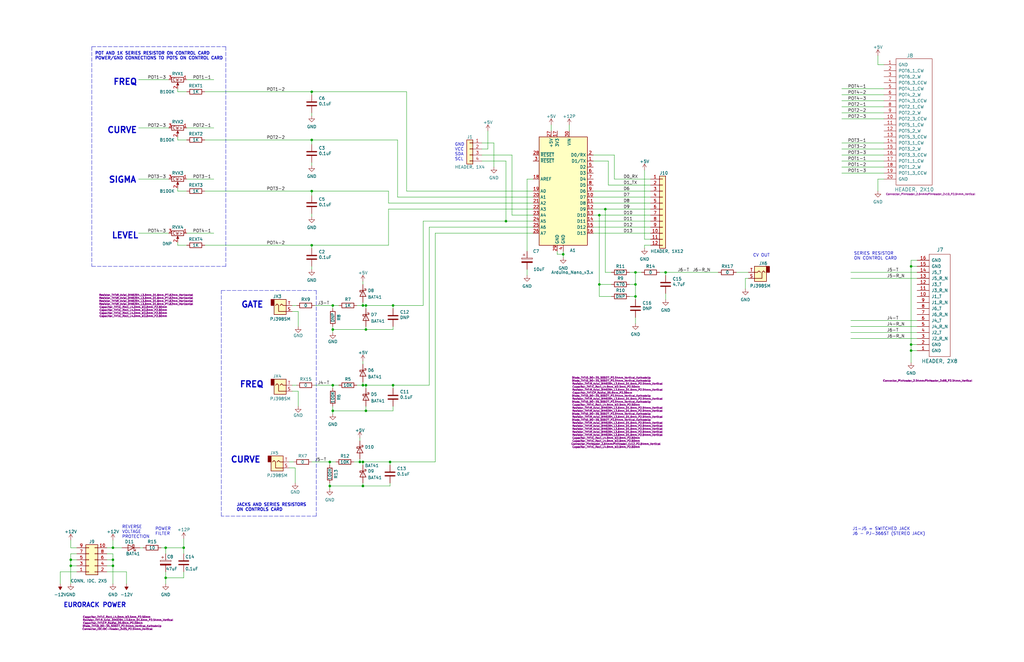
<source format=kicad_sch>
(kicad_sch (version 20211123) (generator eeschema)
  (paper "B")
  (title_block (title "ER-BEZIER-CV ON ER-MOZZI-DB") (date "2022-11-30") (rev "1") (company "LAND BOARDS LLC") (comment 2 "https://note.com/solder_state/n/nffc1a33053be"))
  (lib_symbols
    (symbol "Connector:AudioJack2"
      (property "Reference" "J" (at 0 8.89 0))
      (property "Value" "AudioJack2" (at 0 6.35 0))
      (symbol "AudioJack2_1_1"
        (pin passive line (at 5.08 2.54 180) (length 2.54) (name "~") (number "S"))
        (pin passive line (at 5.08 0 180) (length 2.54) (name "~") (number "T"))
      )
    )
    (symbol "Connector_Generic:Conn_01x04" (pin_names (offset 1.016) hide)
      (property "Reference" "J" (at 0 5.08 0))
      (property "Value" "Conn_01x04" (at 0 -7.62 0))
      (symbol "Conn_01x04_1_1"
        (pin passive line (at -5.08 2.54 0) (length 3.81) (name "Pin_1") (number "1"))
        (pin passive line (at -5.08 0 0) (length 3.81) (name "Pin_2") (number "2"))
        (pin passive line (at -5.08 -2.54 0) (length 3.81) (name "Pin_3") (number "3"))
        (pin passive line (at -5.08 -5.08 0) (length 3.81) (name "Pin_4") (number "4"))
      )
    )
    (symbol "Connector_Generic:Conn_01x12" (pin_names (offset 1.016) hide)
      (property "Reference" "J" (at 0 15.24 0))
      (property "Value" "Conn_01x12" (at 0 -17.78 0))
      (symbol "Conn_01x12_1_1"
        (pin passive line (at -5.08 12.7 0) (length 3.81) (name "Pin_1") (number "1"))
        (pin passive line (at -5.08 -10.16 0) (length 3.81) (name "Pin_10") (number "10"))
        (pin passive line (at -5.08 -12.7 0) (length 3.81) (name "Pin_11") (number "11"))
        (pin passive line (at -5.08 -15.24 0) (length 3.81) (name "Pin_12") (number "12"))
        (pin passive line (at -5.08 10.16 0) (length 3.81) (name "Pin_2") (number "2"))
        (pin passive line (at -5.08 7.62 0) (length 3.81) (name "Pin_3") (number "3"))
        (pin passive line (at -5.08 5.08 0) (length 3.81) (name "Pin_4") (number "4"))
        (pin passive line (at -5.08 2.54 0) (length 3.81) (name "Pin_5") (number "5"))
        (pin passive line (at -5.08 0 0) (length 3.81) (name "Pin_6") (number "6"))
        (pin passive line (at -5.08 -2.54 0) (length 3.81) (name "Pin_7") (number "7"))
        (pin passive line (at -5.08 -5.08 0) (length 3.81) (name "Pin_8") (number "8"))
        (pin passive line (at -5.08 -7.62 0) (length 3.81) (name "Pin_9") (number "9"))
      )
    )
    (symbol "Connector_Generic:Conn_02x05_Odd_Even" (pin_names (offset 1.016) hide)
      (property "Reference" "J" (at 1.27 7.62 0))
      (property "Value" "Conn_02x05_Odd_Even" (at 1.27 -7.62 0))
      (symbol "Conn_02x05_Odd_Even_1_1"
        (pin passive line (at -5.08 5.08 0) (length 3.81) (name "Pin_1") (number "1"))
        (pin passive line (at 7.62 -5.08 180) (length 3.81) (name "Pin_10") (number "10"))
        (pin passive line (at 7.62 5.08 180) (length 3.81) (name "Pin_2") (number "2"))
        (pin passive line (at -5.08 2.54 0) (length 3.81) (name "Pin_3") (number "3"))
        (pin passive line (at 7.62 2.54 180) (length 3.81) (name "Pin_4") (number "4"))
        (pin passive line (at -5.08 0 0) (length 3.81) (name "Pin_5") (number "5"))
        (pin passive line (at 7.62 0 180) (length 3.81) (name "Pin_6") (number "6"))
        (pin passive line (at -5.08 -2.54 0) (length 3.81) (name "Pin_7") (number "7"))
        (pin passive line (at 7.62 -2.54 180) (length 3.81) (name "Pin_8") (number "8"))
        (pin passive line (at -5.08 -5.08 0) (length 3.81) (name "Pin_9") (number "9"))
      )
    )
    (symbol "Device:C" (pin_numbers hide) (pin_names (offset 0.254))
      (property "Reference" "C" (at 0.635 2.54 0))
      (property "Value" "C" (at 0.635 -2.54 0))
      (symbol "C_1_1"
        (pin passive line (at 0 3.81 270) (length 2.794) (name "~") (number "1"))
        (pin passive line (at 0 -3.81 90) (length 2.794) (name "~") (number "2"))
      )
    )
    (symbol "Device:C_Polarized" (pin_numbers hide) (pin_names (offset 0.254))
      (property "Reference" "C" (at 0.635 2.54 0))
      (property "Value" "C_Polarized" (at 0.635 -2.54 0))
      (symbol "C_Polarized_1_1"
        (pin passive line (at 0 3.81 270) (length 2.794) (name "~") (number "1"))
        (pin passive line (at 0 -3.81 90) (length 2.794) (name "~") (number "2"))
      )
    )
    (symbol "Device:D_Schottky" (pin_numbers hide) (pin_names (offset 1.016) hide)
      (property "Reference" "D" (at 0 2.54 0))
      (property "Value" "D_Schottky" (at 0 -2.54 0))
      (symbol "D_Schottky_1_1"
        (pin passive line (at -3.81 0 0) (length 2.54) (name "K") (number "1"))
        (pin passive line (at 3.81 0 180) (length 2.54) (name "A") (number "2"))
      )
    )
    (symbol "Device:R" (pin_numbers hide) (pin_names (offset 0))
      (property "Reference" "R" (at 2.032 0 90))
      (property "Value" "R" (at 0 0 90))
      (symbol "R_1_1"
        (pin passive line (at 0 3.81 270) (length 1.27) (name "~") (number "1"))
        (pin passive line (at 0 -3.81 90) (length 1.27) (name "~") (number "2"))
      )
    )
    (symbol "LandBoards_Conns:PROTO01_POTS" (pin_names (offset 1.016))
      (property "Reference" "J" (at -1.27 27.94 0))
      (property "Value" "PROTO01_POTS" (at 0 -27.94 0))
      (symbol "PROTO01_POTS_1_1"
        (pin power_in line (at 11.43 24.13 180) (length 5.08) (name "GND") (number "1"))
        (pin passive line (at 11.43 1.27 180) (length 5.08) (name "POT2_3_CCW") (number "10"))
        (pin passive line (at 11.43 -1.27 180) (length 5.08) (name "POT5_1_CW") (number "11"))
        (pin passive line (at 11.43 -3.81 180) (length 5.08) (name "POT5_2_W") (number "12"))
        (pin passive line (at 11.43 -6.35 180) (length 5.08) (name "POT5_3_CCW") (number "13"))
        (pin passive line (at 11.43 -8.89 180) (length 5.08) (name "POT3_1_CW") (number "14"))
        (pin passive line (at 11.43 -11.43 180) (length 5.08) (name "POT3_2_W") (number "15"))
        (pin passive line (at 11.43 -13.97 180) (length 5.08) (name "POT3_3_CCW") (number "16"))
        (pin passive line (at 11.43 -16.51 180) (length 5.08) (name "POT1_1_CW") (number "17"))
        (pin passive line (at 11.43 -19.05 180) (length 5.08) (name "POT1_2_W") (number "18"))
        (pin passive line (at 11.43 -21.59 180) (length 5.08) (name "POT1_3_CCW") (number "19"))
        (pin passive line (at 11.43 21.59 180) (length 5.08) (name "POT6_1_CW") (number "2"))
        (pin power_in line (at 11.43 -24.13 180) (length 5.08) (name "GND") (number "20"))
        (pin passive line (at 11.43 19.05 180) (length 5.08) (name "POT6_2_W") (number "3"))
        (pin passive line (at 11.43 16.51 180) (length 5.08) (name "POT6_3_CCW") (number "4"))
        (pin passive line (at 11.43 13.97 180) (length 5.08) (name "POT4_1_CW") (number "5"))
        (pin passive line (at 11.43 11.43 180) (length 5.08) (name "POT4_2_W") (number "6"))
        (pin passive line (at 11.43 8.89 180) (length 5.08) (name "POT4_3_CCW") (number "7"))
        (pin passive line (at 11.43 6.35 180) (length 5.08) (name "POT2_1_CW") (number "8"))
        (pin passive line (at 11.43 3.81 180) (length 5.08) (name "POT2_2_W") (number "9"))
      )
    )
    (symbol "LandBoards_Conns:PROTO02_JACKS" (pin_names (offset 1.016))
      (property "Reference" "J" (at 0 22.86 0))
      (property "Value" "PROTO02_JACKS" (at 0 -22.86 0))
      (symbol "PROTO02_JACKS_1_1"
        (pin power_in line (at 8.89 -19.05 180) (length 5.08) (name "GND") (number "1"))
        (pin passive line (at 8.89 3.81 180) (length 5.08) (name "J1_T") (number "10"))
        (pin passive line (at 8.89 6.35 180) (length 5.08) (name "J3_R_N") (number "11"))
        (pin passive line (at 8.89 8.89 180) (length 5.08) (name "J3_T") (number "12"))
        (pin passive line (at 8.89 11.43 180) (length 5.08) (name "J5_R_N") (number "13"))
        (pin passive line (at 8.89 13.97 180) (length 5.08) (name "J5_T") (number "14"))
        (pin power_in line (at 8.89 16.51 180) (length 5.08) (name "GND") (number "15"))
        (pin power_in line (at 8.89 19.05 180) (length 5.08) (name "GND") (number "16"))
        (pin power_in line (at 8.89 -16.51 180) (length 5.08) (name "GND") (number "2"))
        (pin passive line (at 8.89 -13.97 180) (length 5.08) (name "J2_R_N") (number "3"))
        (pin passive line (at 8.89 -11.43 180) (length 5.08) (name "J2_T") (number "4"))
        (pin passive line (at 8.89 -8.89 180) (length 5.08) (name "J4_R_N") (number "5"))
        (pin passive line (at 8.89 -6.35 180) (length 5.08) (name "J4_T") (number "6"))
        (pin passive line (at 8.89 -3.81 180) (length 5.08) (name "J6_R_N") (number "7"))
        (pin passive line (at 8.89 -1.27 180) (length 5.08) (name "J6_T") (number "8"))
        (pin passive line (at 8.89 1.27 180) (length 5.08) (name "J1_R_N") (number "9"))
      )
    )
    (symbol "LandBoards_Conns:R_Pot_CW" (pin_names (offset 1.016) hide)
      (property "Reference" "RV" (at -1.27 1.27 0))
      (property "Value" "R_Pot_CW" (at -1.27 -1.27 0))
      (symbol "R_Pot_CW_0_0"
        (text "CW>" (at 0 0 900) (effects (font (size 1.27 1.27))))
      )
      (symbol "R_Pot_CW_1_1"
        (pin passive line (at 0 3.81 270) (length 1.27) (name "1") (number "1"))
        (pin passive line (at 3.81 0 180) (length 1.27) (name "2") (number "2"))
        (pin passive line (at 0 -3.81 90) (length 1.27) (name "3") (number "3"))
      )
    )
    (symbol "MCU_Module:Arduino_Nano_v3.x"
      (property "Reference" "A" (at -10.16 23.495 0))
      (property "Value" "Arduino_Nano_v3.x" (at 5.08 -24.13 0))
      (symbol "Arduino_Nano_v3.x_1_1"
        (pin bidirectional line (at -12.7 12.7 0) (length 2.54) (name "D1/TX") (number "1"))
        (pin bidirectional line (at -12.7 -2.54 0) (length 2.54) (name "D7") (number "10"))
        (pin bidirectional line (at -12.7 -5.08 0) (length 2.54) (name "D8") (number "11"))
        (pin bidirectional line (at -12.7 -7.62 0) (length 2.54) (name "D9") (number "12"))
        (pin bidirectional line (at -12.7 -10.16 0) (length 2.54) (name "D10") (number "13"))
        (pin bidirectional line (at -12.7 -12.7 0) (length 2.54) (name "D11") (number "14"))
        (pin bidirectional line (at -12.7 -15.24 0) (length 2.54) (name "D12") (number "15"))
        (pin bidirectional line (at -12.7 -17.78 0) (length 2.54) (name "D13") (number "16"))
        (pin power_out line (at 2.54 25.4 270) (length 2.54) (name "3V3") (number "17"))
        (pin input line (at 12.7 5.08 180) (length 2.54) (name "AREF") (number "18"))
        (pin bidirectional line (at 12.7 0 180) (length 2.54) (name "A0") (number "19"))
        (pin bidirectional line (at -12.7 15.24 0) (length 2.54) (name "D0/RX") (number "2"))
        (pin bidirectional line (at 12.7 -2.54 180) (length 2.54) (name "A1") (number "20"))
        (pin bidirectional line (at 12.7 -5.08 180) (length 2.54) (name "A2") (number "21"))
        (pin bidirectional line (at 12.7 -7.62 180) (length 2.54) (name "A3") (number "22"))
        (pin bidirectional line (at 12.7 -10.16 180) (length 2.54) (name "A4") (number "23"))
        (pin bidirectional line (at 12.7 -12.7 180) (length 2.54) (name "A5") (number "24"))
        (pin bidirectional line (at 12.7 -15.24 180) (length 2.54) (name "A6") (number "25"))
        (pin bidirectional line (at 12.7 -17.78 180) (length 2.54) (name "A7") (number "26"))
        (pin power_out line (at 5.08 25.4 270) (length 2.54) (name "+5V") (number "27"))
        (pin input line (at 12.7 15.24 180) (length 2.54) (name "~{RESET}") (number "28"))
        (pin power_in line (at 2.54 -25.4 90) (length 2.54) (name "GND") (number "29"))
        (pin input line (at 12.7 12.7 180) (length 2.54) (name "~{RESET}") (number "3"))
        (pin power_in line (at -2.54 25.4 270) (length 2.54) (name "VIN") (number "30"))
        (pin power_in line (at 0 -25.4 90) (length 2.54) (name "GND") (number "4"))
        (pin bidirectional line (at -12.7 10.16 0) (length 2.54) (name "D2") (number "5"))
        (pin bidirectional line (at -12.7 7.62 0) (length 2.54) (name "D3") (number "6"))
        (pin bidirectional line (at -12.7 5.08 0) (length 2.54) (name "D4") (number "7"))
        (pin bidirectional line (at -12.7 2.54 0) (length 2.54) (name "D5") (number "8"))
        (pin bidirectional line (at -12.7 0 0) (length 2.54) (name "D6") (number "9"))
      )
    )
    (symbol "R_Pot_CW_1" (pin_names (offset 1.016) hide)
      (property "Reference" "RV" (at -1.27 1.27 0))
      (property "Value" "R_Pot_CW_1" (at -1.27 -1.27 0))
      (symbol "R_Pot_CW_1_0_0"
        (text "CW>" (at 0 0 900) (effects (font (size 1.27 1.27))))
      )
      (symbol "R_Pot_CW_1_1_1"
        (pin passive line (at 0 3.81 270) (length 1.27) (name "1") (number "1"))
        (pin passive line (at 3.81 0 180) (length 1.27) (name "2") (number "2"))
        (pin passive line (at 0 -3.81 90) (length 1.27) (name "3") (number "3"))
      )
    )
    (symbol "R_Pot_CW_2" (pin_names (offset 1.016) hide)
      (property "Reference" "RV" (at -1.27 1.27 0))
      (property "Value" "R_Pot_CW_2" (at -1.27 -1.27 0))
      (symbol "R_Pot_CW_2_0_0"
        (text "CW>" (at 0 0 900) (effects (font (size 1.27 1.27))))
      )
      (symbol "R_Pot_CW_2_1_1"
        (pin passive line (at 0 3.81 270) (length 1.27) (name "1") (number "1"))
        (pin passive line (at 3.81 0 180) (length 1.27) (name "2") (number "2"))
        (pin passive line (at 0 -3.81 90) (length 1.27) (name "3") (number "3"))
      )
    )
    (symbol "R_Pot_CW_5" (pin_names (offset 1.016) hide)
      (property "Reference" "RV" (at -1.27 1.27 0))
      (property "Value" "R_Pot_CW_5" (at -1.27 -1.27 0))
      (symbol "R_Pot_CW_5_0_0"
        (text "CW>" (at 0 0 900) (effects (font (size 1.27 1.27))))
      )
      (symbol "R_Pot_CW_5_1_1"
        (pin passive line (at 0 3.81 270) (length 1.27) (name "1") (number "1"))
        (pin passive line (at 3.81 0 180) (length 1.27) (name "2") (number "2"))
        (pin passive line (at 0 -3.81 90) (length 1.27) (name "3") (number "3"))
      )
    )
    (symbol "power:+12P" (power) (pin_names (offset 0))
      (property "Value" "+12P" (at 0 3.556 0))
      (symbol "+12P_1_1"
        (pin power_in line (at 0 0 90) (length 0) hide (name "+12P") (number "1"))
      )
    )
    (symbol "power:+12V" (power) (pin_names (offset 0))
      (property "Value" "+12V" (at 0 3.556 0))
      (symbol "+12V_1_1"
        (pin power_in line (at 0 0 90) (length 0) hide (name "+12V") (number "1"))
      )
    )
    (symbol "power:+5V" (power) (pin_names (offset 0))
      (property "Value" "+5V" (at 0 3.556 0))
      (symbol "+5V_1_1"
        (pin power_in line (at 0 0 90) (length 0) hide (name "+5V") (number "1"))
      )
    )
    (symbol "power:-12V" (power) (pin_names (offset 0))
      (property "Value" "-12V" (at 0 3.81 0))
      (symbol "-12V_0_0"
        (pin power_in line (at 0 0 90) (length 0) hide (name "-12V") (number "1"))
      )
    )
    (symbol "power:GND" (power) (pin_names (offset 0))
      (property "Value" "GND" (at 0 -3.81 0))
      (symbol "GND_1_1"
        (pin power_in line (at 0 0 270) (length 0) hide (name "GND") (number "1"))
      )
    )
  )
  (junction (at 131.445 38.735))
  (junction (at 384.175 112.395))
  (junction (at 164.465 194.945))
  (junction (at 165.735 128.905))
  (junction (at 384.175 145.415))
  (junction (at 139.065 205.105))
  (junction (at 213.36 93.345))
  (junction (at 140.335 139.065))
  (junction (at 153.035 128.905))
  (junction (at 154.305 173.355))
  (junction (at 131.445 80.645))
  (junction (at 237.49 107.315))
  (junction (at 252.73 120.015))
  (junction (at 151.765 194.945))
  (junction (at 47.625 238.76))
  (junction (at 165.735 162.56))
  (junction (at 139.065 194.945))
  (junction (at 154.305 162.56))
  (junction (at 154.305 139.065))
  (junction (at 255.27 88.265))
  (junction (at 140.335 173.355))
  (junction (at 153.035 194.945))
  (junction (at 153.035 205.105))
  (junction (at 267.97 120.015))
  (junction (at 131.445 59.055))
  (junction (at 29.845 238.76))
  (junction (at 29.845 236.22))
  (junction (at 47.625 231.14))
  (junction (at 384.175 147.955))
  (junction (at 140.335 162.56))
  (junction (at 77.47 231.14))
  (junction (at 280.67 114.935))
  (junction (at 131.445 103.505))
  (junction (at 140.335 128.905))
  (junction (at 47.625 236.22))
  (junction (at 153.035 162.56))
  (junction (at 154.305 128.905))
  (junction (at 267.97 125.095))
  (junction (at 252.73 90.805))
  (junction (at 267.97 114.935))
  (junction (at 69.85 231.14))
  (junction (at 69.85 243.84))
  (wire (pts (xy 86.36 59.055) (xy 131.445 59.055)))
  (wire (pts (xy 358.775 140.335) (xy 386.715 140.335)))
  (wire (pts (xy 354.965 50.165) (xy 372.745 50.165)))
  (wire (pts (xy 180.975 95.885) (xy 224.79 95.885)))
  (wire (pts (xy 153.035 205.105) (xy 153.035 203.835)))
  (wire (pts (xy 140.335 128.905) (xy 142.875 128.905)))
  (wire (pts (xy 140.335 174.625) (xy 140.335 173.355)))
  (wire (pts (xy 178.435 128.905) (xy 178.435 93.345)))
  (wire (pts (xy 255.27 88.265) (xy 250.19 88.265)))
  (wire (pts (xy 154.305 128.905) (xy 154.305 130.175)))
  (wire (pts (xy 154.305 139.065) (xy 154.305 137.795)))
  (wire (pts (xy 280.67 123.825) (xy 280.67 126.365)))
  (wire (pts (xy 178.435 93.345) (xy 213.36 93.345)))
  (wire (pts (xy 45.085 231.14) (xy 47.625 231.14)))
  (wire (pts (xy 163.83 85.725) (xy 224.79 85.725)))
  (wire (pts (xy 86.36 80.645) (xy 131.445 80.645)))
  (wire (pts (xy 237.49 107.315) (xy 234.95 107.315)))
  (wire (pts (xy 267.97 133.985) (xy 267.97 136.525)))
  (wire (pts (xy 256.54 67.945) (xy 256.54 78.105)))
  (wire (pts (xy 151.765 184.785) (xy 151.765 186.055)))
  (wire (pts (xy 45.085 236.22) (xy 47.625 236.22)))
  (wire (pts (xy 47.625 227.965) (xy 47.625 231.14)))
  (wire (pts (xy 58.42 53.975) (xy 71.12 53.975)))
  (wire (pts (xy 154.305 173.355) (xy 165.735 173.355)))
  (wire (pts (xy 259.08 65.405) (xy 259.08 75.565)))
  (wire (pts (xy 208.28 60.325) (xy 208.28 70.485)))
  (wire (pts (xy 154.305 162.56) (xy 165.735 162.56)))
  (wire (pts (xy 140.335 128.905) (xy 140.335 130.175)))
  (wire (pts (xy 69.85 231.14) (xy 67.945 231.14)))
  (wire (pts (xy 386.715 109.855) (xy 384.175 109.855)))
  (wire (pts (xy 153.035 194.945) (xy 153.035 196.215)))
  (wire (pts (xy 74.93 80.645) (xy 78.74 80.645)))
  (wire (pts (xy 29.845 233.68) (xy 29.845 236.22)))
  (wire (pts (xy 354.965 40.005) (xy 372.745 40.005)))
  (wire (pts (xy 153.035 161.29) (xy 153.035 162.56)))
  (wire (pts (xy 153.035 194.945) (xy 164.465 194.945)))
  (wire (pts (xy 153.035 128.905) (xy 154.305 128.905)))
  (wire (pts (xy 32.385 241.3) (xy 25.4 241.3)))
  (wire (pts (xy 29.845 227.965) (xy 29.845 231.14)))
  (wire (pts (xy 222.25 116.205) (xy 222.25 113.665)))
  (wire (pts (xy 259.08 75.565) (xy 274.32 75.565)))
  (wire (pts (xy 183.515 98.425) (xy 183.515 194.945)))
  (wire (pts (xy 78.74 98.425) (xy 90.17 98.425)))
  (wire (pts (xy 267.97 125.095) (xy 267.97 126.365)))
  (wire (pts (xy 384.175 145.415) (xy 386.715 145.415)))
  (wire (pts (xy 252.73 90.805) (xy 252.73 120.015)))
  (wire (pts (xy 358.775 142.875) (xy 386.715 142.875)))
  (wire (pts (xy 180.975 95.885) (xy 180.975 162.56)))
  (wire (pts (xy 140.335 162.56) (xy 142.875 162.56)))
  (wire (pts (xy 153.035 205.105) (xy 164.465 205.105)))
  (wire (pts (xy 29.845 238.76) (xy 29.845 246.38)))
  (wire (pts (xy 257.81 125.095) (xy 252.73 125.095)))
  (wire (pts (xy 124.46 197.485) (xy 124.46 203.835)))
  (wire (pts (xy 154.305 173.355) (xy 140.335 173.355)))
  (wire (pts (xy 150.495 162.56) (xy 153.035 162.56)))
  (wire (pts (xy 237.49 108.585) (xy 237.49 107.315)))
  (wire (pts (xy 149.225 194.945) (xy 151.765 194.945)))
  (wire (pts (xy 121.92 197.485) (xy 124.46 197.485)))
  (wire (pts (xy 224.79 75.565) (xy 222.25 75.565)))
  (wire (pts (xy 358.775 114.935) (xy 386.715 114.935)))
  (wire (pts (xy 265.43 125.095) (xy 267.97 125.095)))
  (wire (pts (xy 354.965 37.465) (xy 372.745 37.465)))
  (polyline (pts (xy 95.25 112.395) (xy 38.735 112.395)))
  (wire (pts (xy 237.49 107.315) (xy 237.49 106.045)))
  (wire (pts (xy 77.47 231.14) (xy 77.47 233.68)))
  (wire (pts (xy 121.92 194.945) (xy 123.825 194.945)))
  (wire (pts (xy 252.73 90.805) (xy 274.32 90.805)))
  (wire (pts (xy 354.965 65.405) (xy 372.745 65.405)))
  (wire (pts (xy 250.19 67.945) (xy 256.54 67.945)))
  (wire (pts (xy 252.73 120.015) (xy 257.81 120.015)))
  (polyline (pts (xy 133.35 217.805) (xy 93.345 217.805)))
  (wire (pts (xy 131.445 80.645) (xy 131.445 82.55)))
  (wire (pts (xy 123.19 128.905) (xy 125.095 128.905)))
  (wire (pts (xy 123.19 165.1) (xy 125.73 165.1)))
  (wire (pts (xy 164.465 194.945) (xy 183.515 194.945)))
  (wire (pts (xy 183.515 98.425) (xy 224.79 98.425)))
  (wire (pts (xy 163.83 80.645) (xy 163.83 85.725)))
  (wire (pts (xy 384.175 147.955) (xy 386.715 147.955)))
  (wire (pts (xy 131.445 38.735) (xy 171.45 38.735)))
  (wire (pts (xy 123.19 162.56) (xy 125.095 162.56)))
  (wire (pts (xy 132.715 162.56) (xy 140.335 162.56)))
  (wire (pts (xy 165.735 128.905) (xy 178.435 128.905)))
  (wire (pts (xy 53.34 241.3) (xy 53.34 246.38)))
  (wire (pts (xy 74.93 103.505) (xy 78.74 103.505)))
  (wire (pts (xy 257.81 114.935) (xy 255.27 114.935)))
  (wire (pts (xy 250.19 98.425) (xy 274.32 98.425)))
  (wire (pts (xy 25.4 241.3) (xy 25.4 246.38)))
  (wire (pts (xy 131.445 68.58) (xy 131.445 69.85)))
  (wire (pts (xy 47.625 231.14) (xy 51.435 231.14)))
  (polyline (pts (xy 38.735 19.685) (xy 38.735 112.395)))
  (wire (pts (xy 354.965 47.625) (xy 372.745 47.625)))
  (wire (pts (xy 384.175 112.395) (xy 384.175 145.415)))
  (wire (pts (xy 59.055 231.14) (xy 60.325 231.14)))
  (wire (pts (xy 384.175 109.855) (xy 384.175 112.395)))
  (wire (pts (xy 140.335 162.56) (xy 140.335 163.83)))
  (wire (pts (xy 131.445 103.505) (xy 131.445 104.775)))
  (wire (pts (xy 315.595 117.475) (xy 314.325 117.475)))
  (wire (pts (xy 314.325 117.475) (xy 314.325 121.92)))
  (wire (pts (xy 74.93 59.055) (xy 74.93 57.785)))
  (wire (pts (xy 240.03 52.705) (xy 240.03 55.245)))
  (wire (pts (xy 139.065 194.945) (xy 141.605 194.945)))
  (wire (pts (xy 205.74 55.245) (xy 205.74 62.865)))
  (polyline (pts (xy 93.345 122.555) (xy 133.35 122.555)))
  (wire (pts (xy 164.465 194.945) (xy 164.465 196.215)))
  (wire (pts (xy 131.445 112.395) (xy 131.445 113.665)))
  (wire (pts (xy 139.065 194.945) (xy 139.065 196.215)))
  (wire (pts (xy 131.445 59.055) (xy 131.445 60.96)))
  (wire (pts (xy 164.465 205.105) (xy 164.465 203.835)))
  (wire (pts (xy 267.97 125.095) (xy 267.97 120.015)))
  (wire (pts (xy 69.85 231.14) (xy 69.85 233.68)))
  (wire (pts (xy 140.335 139.065) (xy 140.335 137.795)))
  (wire (pts (xy 310.515 114.935) (xy 315.595 114.935)))
  (wire (pts (xy 280.67 114.935) (xy 280.67 116.205)))
  (wire (pts (xy 74.93 59.055) (xy 78.74 59.055)))
  (wire (pts (xy 165.735 128.905) (xy 165.735 130.175)))
  (wire (pts (xy 234.95 107.315) (xy 234.95 106.045)))
  (wire (pts (xy 58.42 33.655) (xy 71.12 33.655)))
  (wire (pts (xy 354.965 42.545) (xy 372.745 42.545)))
  (wire (pts (xy 74.93 38.735) (xy 78.74 38.735)))
  (wire (pts (xy 384.175 147.955) (xy 384.175 153.035)))
  (wire (pts (xy 165.735 162.56) (xy 165.735 163.83)))
  (wire (pts (xy 139.065 205.105) (xy 139.065 203.835)))
  (wire (pts (xy 125.73 131.445) (xy 125.73 137.795)))
  (wire (pts (xy 132.715 128.905) (xy 140.335 128.905)))
  (wire (pts (xy 29.845 238.76) (xy 32.385 238.76)))
  (wire (pts (xy 171.45 38.735) (xy 171.45 80.645)))
  (wire (pts (xy 153.035 152.4) (xy 153.035 153.67)))
  (wire (pts (xy 384.175 145.415) (xy 384.175 147.955)))
  (wire (pts (xy 45.085 233.68) (xy 47.625 233.68)))
  (wire (pts (xy 77.47 227.33) (xy 77.47 231.14)))
  (wire (pts (xy 165.735 139.065) (xy 165.735 137.795)))
  (wire (pts (xy 131.445 194.945) (xy 139.065 194.945)))
  (wire (pts (xy 140.335 140.335) (xy 140.335 139.065)))
  (wire (pts (xy 69.85 231.14) (xy 77.47 231.14)))
  (wire (pts (xy 274.32 100.965) (xy 271.78 100.965)))
  (wire (pts (xy 154.305 139.065) (xy 165.735 139.065)))
  (wire (pts (xy 252.73 125.095) (xy 252.73 120.015)))
  (wire (pts (xy 203.2 62.865) (xy 205.74 62.865)))
  (wire (pts (xy 250.19 83.185) (xy 274.32 83.185)))
  (wire (pts (xy 153.035 162.56) (xy 154.305 162.56)))
  (wire (pts (xy 354.965 67.945) (xy 372.745 67.945)))
  (wire (pts (xy 171.45 80.645) (xy 224.79 80.645)))
  (wire (pts (xy 255.27 88.265) (xy 274.32 88.265)))
  (wire (pts (xy 131.445 103.505) (xy 163.83 103.505)))
  (wire (pts (xy 153.035 127.635) (xy 153.035 128.905)))
  (wire (pts (xy 153.035 205.105) (xy 139.065 205.105)))
  (wire (pts (xy 29.845 236.22) (xy 32.385 236.22)))
  (wire (pts (xy 154.305 128.905) (xy 165.735 128.905)))
  (wire (pts (xy 203.2 67.945) (xy 213.36 67.945)))
  (wire (pts (xy 131.445 38.735) (xy 131.445 40.005)))
  (wire (pts (xy 370.205 75.565) (xy 370.205 80.645)))
  (wire (pts (xy 203.2 65.405) (xy 215.9 65.405)))
  (wire (pts (xy 167.64 83.185) (xy 224.79 83.185)))
  (wire (pts (xy 267.97 120.015) (xy 267.97 114.935)))
  (wire (pts (xy 74.93 103.505) (xy 74.93 102.235)))
  (wire (pts (xy 123.19 131.445) (xy 125.73 131.445)))
  (wire (pts (xy 358.775 135.255) (xy 386.715 135.255)))
  (wire (pts (xy 153.035 118.745) (xy 153.035 120.015)))
  (wire (pts (xy 78.74 53.975) (xy 90.17 53.975)))
  (wire (pts (xy 358.775 137.795) (xy 386.715 137.795)))
  (wire (pts (xy 213.36 93.345) (xy 224.79 93.345)))
  (wire (pts (xy 69.85 241.3) (xy 69.85 243.84)))
  (wire (pts (xy 250.19 95.885) (xy 274.32 95.885)))
  (wire (pts (xy 232.41 52.705) (xy 232.41 55.245)))
  (wire (pts (xy 256.54 78.105) (xy 274.32 78.105)))
  (wire (pts (xy 278.13 114.935) (xy 280.67 114.935)))
  (wire (pts (xy 47.625 238.76) (xy 47.625 246.38)))
  (polyline (pts (xy 93.345 217.805) (xy 93.345 122.555)))
  (wire (pts (xy 78.74 75.565) (xy 90.17 75.565)))
  (wire (pts (xy 224.79 88.265) (xy 163.83 88.265)))
  (wire (pts (xy 131.445 59.055) (xy 167.64 59.055)))
  (wire (pts (xy 47.625 233.68) (xy 47.625 236.22)))
  (wire (pts (xy 354.965 70.485) (xy 372.745 70.485)))
  (wire (pts (xy 77.47 243.84) (xy 77.47 241.3)))
  (wire (pts (xy 45.085 241.3) (xy 53.34 241.3)))
  (wire (pts (xy 354.965 73.025) (xy 372.745 73.025)))
  (wire (pts (xy 69.85 243.84) (xy 69.85 246.38)))
  (wire (pts (xy 203.2 60.325) (xy 208.28 60.325)))
  (wire (pts (xy 167.64 59.055) (xy 167.64 83.185)))
  (wire (pts (xy 354.965 45.085) (xy 372.745 45.085)))
  (wire (pts (xy 74.93 80.645) (xy 74.93 79.375)))
  (wire (pts (xy 151.765 193.675) (xy 151.765 194.945)))
  (wire (pts (xy 372.745 27.305) (xy 370.205 27.305)))
  (wire (pts (xy 250.19 85.725) (xy 274.32 85.725)))
  (wire (pts (xy 165.735 173.355) (xy 165.735 171.45)))
  (wire (pts (xy 151.765 194.945) (xy 153.035 194.945)))
  (wire (pts (xy 154.305 173.355) (xy 154.305 171.45)))
  (wire (pts (xy 32.385 231.14) (xy 29.845 231.14)))
  (wire (pts (xy 250.19 80.645) (xy 274.32 80.645)))
  (polyline (pts (xy 38.735 19.685) (xy 95.25 19.685)))
  (polyline (pts (xy 95.25 19.685) (xy 95.25 112.395)))
  (wire (pts (xy 271.78 71.755) (xy 271.78 100.965)))
  (wire (pts (xy 29.845 236.22) (xy 29.845 238.76)))
  (wire (pts (xy 215.9 65.405) (xy 215.9 90.805)))
  (wire (pts (xy 69.85 243.84) (xy 77.47 243.84)))
  (polyline (pts (xy 133.35 122.555) (xy 133.35 217.805)))
  (wire (pts (xy 45.085 238.76) (xy 47.625 238.76)))
  (wire (pts (xy 354.965 62.865) (xy 372.745 62.865)))
  (wire (pts (xy 165.735 162.56) (xy 180.975 162.56)))
  (wire (pts (xy 74.93 38.735) (xy 74.93 37.465)))
  (wire (pts (xy 224.79 90.805) (xy 215.9 90.805)))
  (wire (pts (xy 131.445 47.625) (xy 131.445 48.895)))
  (wire (pts (xy 150.495 128.905) (xy 153.035 128.905)))
  (wire (pts (xy 370.205 75.565) (xy 372.745 75.565)))
  (wire (pts (xy 265.43 120.015) (xy 267.97 120.015)))
  (wire (pts (xy 280.67 114.935) (xy 302.895 114.935)))
  (wire (pts (xy 58.42 75.565) (xy 71.12 75.565)))
  (wire (pts (xy 370.205 23.495) (xy 370.205 27.305)))
  (wire (pts (xy 58.42 98.425) (xy 71.12 98.425)))
  (wire (pts (xy 384.175 112.395) (xy 386.715 112.395)))
  (wire (pts (xy 213.36 67.945) (xy 213.36 93.345)))
  (wire (pts (xy 163.83 88.265) (xy 163.83 103.505)))
  (wire (pts (xy 271.78 103.505) (xy 271.78 104.775)))
  (wire (pts (xy 140.335 173.355) (xy 140.335 171.45)))
  (wire (pts (xy 255.27 114.935) (xy 255.27 88.265)))
  (wire (pts (xy 274.32 103.505) (xy 271.78 103.505)))
  (wire (pts (xy 32.385 233.68) (xy 29.845 233.68)))
  (wire (pts (xy 354.965 60.325) (xy 372.745 60.325)))
  (wire (pts (xy 222.25 75.565) (xy 222.25 106.045)))
  (wire (pts (xy 139.065 206.375) (xy 139.065 205.105)))
  (wire (pts (xy 125.73 165.1) (xy 125.73 171.45)))
  (wire (pts (xy 358.775 117.475) (xy 386.715 117.475)))
  (wire (pts (xy 86.36 103.505) (xy 131.445 103.505)))
  (wire (pts (xy 250.19 65.405) (xy 259.08 65.405)))
  (wire (pts (xy 47.625 236.22) (xy 47.625 238.76)))
  (wire (pts (xy 154.305 139.065) (xy 140.335 139.065)))
  (wire (pts (xy 86.36 38.735) (xy 131.445 38.735)))
  (wire (pts (xy 154.305 162.56) (xy 154.305 163.83)))
  (wire (pts (xy 78.74 33.655) (xy 90.17 33.655)))
  (wire (pts (xy 131.445 90.17) (xy 131.445 91.44)))
  (wire (pts (xy 131.445 80.645) (xy 163.83 80.645)))
  (wire (pts (xy 250.19 90.805) (xy 252.73 90.805)))
  (wire (pts (xy 250.19 93.345) (xy 274.32 93.345)))
  (wire (pts (xy 267.97 114.935) (xy 270.51 114.935)))
  (wire (pts (xy 267.97 114.935) (xy 265.43 114.935)))
  (text "EURORACK POWER" (at 26.67 256.54 0) (effects (font (size 1.905 1.905) (thickness 0.381) bold) (justify left bottom)))
  (text "J1-J5 = SWITCHED JACK\nJ6 - PJ-366ST (STEREO JACK)" (at 359.41 226.06 0) (effects (font (size 1.27 1.27)) (justify left bottom)))
  (text "CV OUT" (at 317.5 108.585 0) (effects (font (size 1.27 1.27)) (justify left bottom)))
  (text "LEVEL" (at 46.99 100.965 0) (effects (font (size 2.54 2.54) (thickness 0.508) bold) (justify left bottom)))
  (text "POWER\nFILTER" (at 65.405 226.06 0) (effects (font (size 1.27 1.27)) (justify left bottom)))
  (text "POT AND 1K SERIES RESISTOR ON CONTROL CARD\nPOWER/GND CONNECTIONS TO POTS ON CONTROL CARD" (at 40.005 25.4 0) (effects (font (size 1.27 1.27) (thickness 0.254) bold) (justify left bottom)))
  (text "GATE" (at 101.6 130.175 0) (effects (font (size 2.54 2.54) (thickness 0.508) bold) (justify left bottom)))
  (text "GND\nVCC\nSDA\nSCL" (at 191.77 67.945 0) (effects (font (size 1.27 1.27)) (justify left bottom)))
  (text "JACKS AND SERIES RESISTORS\nON CONTROLS CARD" (at 99.695 215.9 0) (effects (font (size 1.27 1.27) (thickness 0.254) bold) (justify left bottom)))
  (text "FREQ" (at 47.625 36.195 0) (effects (font (size 2.54 2.54) (thickness 0.508) bold) (justify left bottom)))
  (text "SIGMA" (at 45.72 77.47 0) (effects (font (size 2.54 2.54) (thickness 0.508) bold) (justify left bottom)))
  (text "SERIES RESISTOR\nON CONTROL CARD" (at 360.045 109.855 0) (effects (font (size 1.27 1.27)) (justify left bottom)))
  (text "FREQ" (at 100.965 163.83 0) (effects (font (size 2.54 2.54) (thickness 0.508) bold) (justify left bottom)))
  (text "REVERSE\nVOLTAGE\nPROTECTION" (at 51.435 227.33 0) (effects (font (size 1.27 1.27)) (justify left bottom)))
  (text "CURVE" (at 45.085 56.515 0) (effects (font (size 2.54 2.54) (thickness 0.508) bold) (justify left bottom)))
  (text "CURVE" (at 97.155 195.58 0) (effects (font (size 2.54 2.54) (thickness 0.508) bold) (justify left bottom)))
  (label "J3-T" (at 133.985 128.905 0))
  (label "POT3-1" (at 81.28 75.565 0))
  (label "J6-T" (at 374.015 140.335 0))
  (label "POT2-3" (at 62.23 53.975 0))
  (label "POT4-2" (at 357.505 40.005 0))
  (label "D8" (at 262.89 85.725 0))
  (label "POT2-2" (at 357.505 47.625 0))
  (label "POT2-2" (at 112.395 59.055 0))
  (label "POT3-2" (at 112.395 80.645 0))
  (label "POT1-2" (at 112.395 38.735 0))
  (label "POT3-3" (at 357.505 65.405 0))
  (label "POT3-3" (at 62.23 75.565 0))
  (label "POT4-3" (at 357.505 42.545 0))
  (label "J4-T" (at 374.015 135.255 0))
  (label "POT2-1" (at 81.28 53.975 0))
  (label "D10" (at 262.89 90.805 0))
  (label "D0_RX" (at 262.89 75.565 0))
  (label "D13" (at 262.89 98.425 0))
  (label "POT4-1" (at 357.505 37.465 0))
  (label "J6-T" (at 285.75 114.935 0))
  (label "POT1-1" (at 357.505 67.945 0))
  (label "POT3-2" (at 357.505 62.865 0))
  (label "J6-R_N" (at 292.1 114.935 0))
  (label "J4-T" (at 133.985 162.56 0))
  (label "D6" (at 262.89 80.645 0))
  (label "J5-T" (at 132.715 194.945 0))
  (label "J5-T" (at 374.015 114.935 0))
  (label "POT2-1" (at 357.505 45.085 0))
  (label "POT4-3" (at 62.23 98.425 0))
  (label "D11" (at 262.89 93.345 0))
  (label "J5-R_N" (at 374.015 117.475 0))
  (label "POT3-1" (at 357.505 60.325 0))
  (label "D7" (at 262.89 83.185 0))
  (label "POT2-3" (at 357.505 50.165 0))
  (label "D1_TX" (at 262.89 78.105 0))
  (label "POT1-1" (at 81.28 33.655 0))
  (label "POT1-3" (at 62.23 33.655 0))
  (label "POT1-2" (at 357.505 70.485 0))
  (label "D9" (at 262.89 88.265 0))
  (label "J4-R_N" (at 374.015 137.795 0))
  (label "POT4-2" (at 112.395 103.505 0))
  (label "POT1-3" (at 357.505 73.025 0))
  (label "POT4-1" (at 81.28 98.425 0))
  (label "J6-R_N" (at 374.015 142.875 0))
  (label "D12" (at 262.89 95.885 0))
  (symbol (lib_id "Device:C") (at 131.445 64.77 0) (unit 1)
    (property "Reference" "C3" (at 134.366 62.4586 0) (effects (justify left)))
    (property "Value" "0.1uF" (at 134.366 64.77 0) (effects (justify left)))
    (property "Footprint" "Capacitor_THT:C_Rect_L4.0mm_W2.5mm_P2.50mm" (at 41.91 130.81 0) (effects (font (size 0.762 0.762)) (justify left)))
  )
  (symbol (lib_id "Device:R") (at 140.335 167.64 0) (unit 1)
    (property "Reference" "R6" (at 142.875 167.64 90))
    (property "Value" "100K" (at 140.335 167.64 90))
    (property "Footprint" "Resistor_THT:R_Axial_DIN0204_L3.6mm_D1.6mm_P2.54mm_Vertical" (at 260.35 168.275 0) (effects (font (size 0.762 0.762))))
  )
  (symbol (lib_id "power:GND") (at 47.625 246.38 0) (unit 1)
    (property "Reference" "#PWR0106" (effects hide))
    (property "Value" "GND" (at 47.625 250.9425 0))
  )
  (symbol (lib_id "Device:R") (at 146.685 162.56 90) (unit 1)
    (property "Reference" "R5" (at 146.685 160.02 90))
    (property "Value" "10K" (at 146.685 162.56 90))
    (property "Footprint" "Resistor_THT:R_Axial_DIN0204_L3.6mm_D1.6mm_P2.54mm_Vertical" (at 260.35 172.085 90) (effects (font (size 0.762 0.762))))
  )
  (symbol (lib_id "power:GND") (at 384.175 153.035 0) (unit 1)
    (property "Reference" "#PWR0102" (effects hide))
    (property "Value" "GND" (at 384.175 157.48 0))
  )
  (symbol (lib_id "Device:R") (at 128.905 128.905 90) (unit 1) (in_bom no) (on_board no)
    (property "Reference" "RX9" (at 128.905 126.365 90))
    (property "Value" "0" (at 128.905 128.905 90))
    (property "Footprint" "Resistor_THT:R_Axial_DIN0204_L3.6mm_D1.6mm_P2.54mm_Vertical" (effects hide))
    (property "Datasheet" "https://www.mouser.com/ProductDetail/Xicon/299-2.2K-RC?qs=QaPBMFBEHz3RDbXknTj%252ByA%3D%3D" (effects hide))
  )
  (symbol (lib_id "power:+5V") (at 153.035 152.4 0) (unit 1)
    (property "Reference" "#PWR0120" (effects hide))
    (property "Value" "+5V" (at 153.035 148.7955 0))
  )
  (symbol (lib_id "power:GND") (at 139.065 206.375 0) (unit 1)
    (property "Reference" "#PWR0114" (effects hide))
    (property "Value" "GND" (at 139.065 210.9375 0))
  )
  (symbol (lib_id "Device:C_Polarized") (at 222.25 109.855 0) (unit 1)
    (property "Reference" "C7" (at 226.06 106.045 0))
    (property "Value" "10uF" (at 227.33 113.665 0))
    (property "Footprint" "Capacitor_THT:CP_Radial_D5.0mm_P2.50mm" (at 254 165.735 0) (effects (font (size 0.762 0.762))))
  )
  (symbol (lib_id "power:+5V") (at 370.205 23.495 0) (unit 1)
    (property "Reference" "#PWR0137" (effects hide))
    (property "Value" "+5V" (at 370.205 19.8905 0))
  )
  (symbol (lib_id "power:GND") (at 237.49 108.585 0) (unit 1)
    (property "Reference" "#PWR0111" (effects hide))
    (property "Value" "GND" (at 237.49 113.1475 0))
  )
  (symbol (lib_id "Device:R") (at 274.32 114.935 90) (unit 1)
    (property "Reference" "R14" (at 274.32 112.395 90))
    (property "Value" "0" (at 274.32 114.935 90))
    (property "Footprint" "Resistor_THT:R_Axial_DIN0204_L3.6mm_D1.6mm_P2.54mm_Vertical" (at 260.35 182.245 90) (effects (font (size 0.762 0.762))))
  )
  (symbol (lib_id "Connector_Generic:Conn_02x05_Odd_Even") (at 37.465 236.22 0) (mirror x) (unit 1)
    (property "Reference" "J9" (at 38.735 228.6 0))
    (property "Value" "CONN, IDC, 2X5" (at 37.465 245.11 0))
    (property "Footprint" "Connector_IDC:IDC-Header_2x05_P2.54mm_Vertical" (at 49.53 265.43 0) (effects (font (size 0.762 0.762))))
  )
  (symbol (lib_id "Device:C") (at 165.735 167.64 0) (unit 1)
    (property "Reference" "C11" (at 168.656 165.3286 0) (effects (justify left)))
    (property "Value" "0.1uF" (at 168.656 167.64 0) (effects (justify left)))
    (property "Footprint" "Capacitor_THT:C_Rect_L4.0mm_W2.5mm_P2.50mm" (at 241.3 170.815 0) (effects (font (size 0.762 0.762)) (justify left)))
  )
  (symbol (lib_id "power:GND") (at 131.445 91.44 0) (unit 1)
    (property "Reference" "#PWR0124" (effects hide))
    (property "Value" "GND" (at 131.445 96.0025 0))
  )
  (symbol (lib_id "Device:C") (at 131.445 86.36 0) (unit 1)
    (property "Reference" "C5" (at 134.366 84.0486 0) (effects (justify left)))
    (property "Value" "0.1uF" (at 134.366 86.36 0) (effects (justify left)))
    (property "Footprint" "Capacitor_THT:C_Rect_L4.0mm_W2.5mm_P2.50mm" (at 41.91 132.08 0) (effects (font (size 0.762 0.762)) (justify left)))
  )
  (symbol (lib_id "power:+12P") (at 77.47 227.33 0) (unit 1)
    (property "Reference" "#PWR0108" (effects hide))
    (property "Value" "+12P" (at 77.47 223.52 0))
  )
  (symbol (lib_id "power:GND") (at 125.73 171.45 0) (unit 1)
    (property "Reference" "#PWR0128" (effects hide))
    (property "Value" "GND" (at 125.73 175.26 0))
  )
  (symbol (lib_id "Device:D_Schottky") (at 153.035 123.825 270) (unit 1)
    (property "Reference" "D8" (at 155.067 122.599 90) (effects (justify left)))
    (property "Value" "BAT41" (at 155.067 125.3741 90) (effects (justify left)))
    (property "Footprint" "Diode_THT:D_DO-35_SOD27_P2.54mm_Vertical_KathodeUp" (at 257.81 160.655 90) (effects (font (size 0.762 0.762))))
  )
  (symbol (lib_id "Device:C") (at 131.445 43.815 0) (unit 1)
    (property "Reference" "C6" (at 134.366 41.5036 0) (effects (justify left)))
    (property "Value" "0.1uF" (at 134.366 43.815 0) (effects (justify left)))
    (property "Footprint" "Capacitor_THT:C_Rect_L4.0mm_W2.5mm_P2.50mm" (at 41.91 129.54 0) (effects (font (size 0.762 0.762)) (justify left)))
  )
  (symbol (lib_id "Device:C") (at 164.465 200.025 0) (unit 1)
    (property "Reference" "C13" (at 167.386 197.7136 0) (effects (justify left)))
    (property "Value" "0.1uF" (at 167.386 200.025 0) (effects (justify left)))
    (property "Footprint" "Capacitor_THT:C_Rect_L4.0mm_W2.5mm_P2.50mm" (at 241.3 188.595 0) (effects (font (size 0.762 0.762)) (justify left)))
  )
  (symbol (lib_id "Device:C_Polarized") (at 69.85 237.49 0) (unit 1)
    (property "Reference" "C8" (at 71.755 234.95 0))
    (property "Value" "47uF" (at 72.39 240.03 0))
    (property "Footprint" "Capacitor_THT:CP_Radial_D5.0mm_P2.50mm" (at 47.625 262.89 0) (effects (font (size 0.762 0.762))))
  )
  (symbol (lib_id "power:GND") (at 267.97 136.525 0) (unit 1)
    (property "Reference" "#PWR0109" (effects hide))
    (property "Value" "GND" (at 267.97 141.0875 0))
  )
  (symbol (lib_id "Device:D_Schottky") (at 55.245 231.14 180) (unit 1)
    (property "Reference" "D11" (at 56.515 228.6 0) (effects (justify left)))
    (property "Value" "BAT41" (at 59.055 233.68 0) (effects (justify left)))
    (property "Footprint" "Diode_THT:D_DO-35_SOD27_P2.54mm_Vertical_KathodeUp" (at 51.435 264.16 0) (effects (font (size 0.762 0.762))))
  )
  (symbol (lib_id "power:+5V") (at 271.78 71.755 0) (unit 1)
    (property "Reference" "#PWR0130" (effects hide))
    (property "Value" "+5V" (at 271.78 68.1505 0))
  )
  (symbol (lib_id "MCU_Module:Arduino_Nano_v3.x") (at 237.49 80.645 0) (mirror y) (unit 1)
    (property "Reference" "A1" (at 240.2587 105.6545 0) (effects (justify right)))
    (property "Value" "Arduino_Nano_v3.x" (at 232.41 114.935 0) (effects (justify right)))
    (property "Footprint" "Module:Arduino_Nano" (effects hide))
    (property "Datasheet" "http://www.mouser.com/pdfdocs/Gravitech_Arduino_Nano3_0.pdf" (effects hide))
  )
  (symbol (lib_id "LandBoards_Conns:PROTO02_JACKS") (at 395.605 128.905 0) (mirror y) (unit 1)
    (property "Reference" "J7" (at 394.97 105.41 0) (effects (font (size 1.524 1.524)) (justify right)))
    (property "Value" "HEADER, 2X8" (at 388.62 152.4 0) (effects (font (size 1.524 1.524)) (justify right)))
    (property "Footprint" "Connector_PinHeader_2.54mm:PinHeader_2x08_P2.54mm_Vertical" (at 391.16 160.655 0) (effects (font (size 0.762 0.762))))
  )
  (symbol (lib_id "power:-12V") (at 53.34 246.38 180) (unit 1)
    (property "Reference" "#PWR0168" (effects hide))
    (property "Value" "-12V" (at 53.34 250.9425 0))
  )
  (symbol (lib_id "power:+5V") (at 232.41 52.705 0) (unit 1)
    (property "Reference" "#PWR0113" (effects hide))
    (property "Value" "+5V" (at 232.41 49.1005 0))
  )
  (symbol (lib_id "Device:C") (at 131.445 108.585 0) (unit 1)
    (property "Reference" "C2" (at 134.366 106.2736 0) (effects (justify left)))
    (property "Value" "0.1uF" (at 134.366 108.585 0) (effects (justify left)))
    (property "Footprint" "Capacitor_THT:C_Rect_L4.0mm_W2.5mm_P2.50mm" (at 41.91 133.35 0) (effects (font (size 0.762 0.762)) (justify left)))
  )
  (symbol (lib_id "Device:R") (at 139.065 200.025 0) (unit 1)
    (property "Reference" "R13" (at 141.605 200.025 90))
    (property "Value" "100K" (at 139.065 200.025 90))
    (property "Footprint" "Resistor_THT:R_Axial_DIN0204_L3.6mm_D1.6mm_P2.54mm_Vertical" (at 260.35 175.895 0) (effects (font (size 0.762 0.762))))
  )
  (symbol (lib_id "power:+12V") (at 47.625 227.965 0) (unit 1)
    (property "Reference" "#PWR0105" (effects hide))
    (property "Value" "+12V" (at 47.625 224.3605 0))
  )
  (symbol (lib_id "power:GND") (at 271.78 104.775 0) (unit 1)
    (property "Reference" "#PWR0129" (effects hide))
    (property "Value" "GND" (at 271.78 109.3375 0))
  )
  (symbol (lib_id "LandBoards_Conns:R_Pot_CW") (at 74.93 33.655 270) (unit 1) (in_bom no) (on_board no)
    (property "Reference" "RVX1" (at 74.93 31.115 90))
    (property "Value" "B100K" (at 70.485 38.735 90))
  )
  (symbol (lib_id "power:-12V") (at 25.4 246.38 180) (unit 1)
    (property "Reference" "#PWR0167" (effects hide))
    (property "Value" "-12V" (at 25.4 250.9425 0))
  )
  (symbol (lib_id "power:GND") (at 280.67 126.365 0) (unit 1)
    (property "Reference" "#PWR0131" (effects hide))
    (property "Value" "GND" (at 280.67 130.9275 0))
  )
  (symbol (lib_id "Device:C") (at 280.67 120.015 0) (unit 1)
    (property "Reference" "C15" (at 283.591 117.7036 0) (effects (justify left)))
    (property "Value" "4.7uF" (at 283.591 120.015 0) (effects (justify left)))
    (property "Footprint" "Capacitor_THT:C_Rect_L4.0mm_W2.5mm_P2.50mm" (at 241.3 184.785 0) (effects (font (size 0.762 0.762)) (justify left)))
  )
  (symbol (lib_id "Device:R") (at 145.415 194.945 90) (unit 1)
    (property "Reference" "R12" (at 145.415 192.405 90))
    (property "Value" "10K" (at 145.415 194.945 90))
    (property "Footprint" "Resistor_THT:R_Axial_DIN0204_L3.6mm_D1.6mm_P2.54mm_Vertical" (at 260.35 173.355 90) (effects (font (size 0.762 0.762))))
  )
  (symbol (lib_id "Device:R") (at 306.705 114.935 90) (unit 1) (in_bom no) (on_board no)
    (property "Reference" "RX17" (at 306.705 112.395 90))
    (property "Value" "0" (at 306.705 114.935 90))
    (property "Footprint" "Resistor_THT:R_Axial_DIN0204_L3.6mm_D1.6mm_P2.54mm_Vertical" (at 260.35 183.515 90) (effects (font (size 0.762 0.762))))
    (property "Datasheet" "https://www.mouser.com/ProductDetail/Xicon/299-2.2K-RC?qs=QaPBMFBEHz3RDbXknTj%252ByA%3D%3D" (effects hide))
  )
  (symbol (lib_id "Connector_Generic:Conn_01x12") (at 279.4 88.265 0) (unit 1) (in_bom no)
    (property "Reference" "J10" (at 278.13 73.025 0) (effects (justify left)))
    (property "Value" "HEADER, 1X12" (at 274.32 106.045 0) (effects (justify left)))
    (property "Footprint" "Connector_PinHeader_2.54mm:PinHeader_1x12_P2.54mm_Vertical" (at 259.715 187.325 0) (effects (font (size 0.762 0.762))))
  )
  (symbol (lib_id "power:GND") (at 125.73 137.795 0) (unit 1)
    (property "Reference" "#PWR?" (effects hide))
    (property "Value" "GND" (at 125.73 141.605 0))
  )
  (symbol (lib_id "power:GND") (at 222.25 116.205 0) (unit 1)
    (property "Reference" "#PWR0110" (effects hide))
    (property "Value" "GND" (at 222.25 120.7675 0))
  )
  (symbol (lib_id "power:GND") (at 140.335 140.335 0) (unit 1)
    (property "Reference" "#PWR?" (effects hide))
    (property "Value" "GND" (at 140.335 144.145 0))
  )
  (symbol (lib_name "R_Pot_CW_1") (lib_id "LandBoards_Conns:R_Pot_CW") (at 74.93 75.565 270) (unit 1) (in_bom no) (on_board no)
    (property "Reference" "RVX3" (at 74.93 73.025 90))
    (property "Value" "B100K" (at 70.485 80.645 90))
  )
  (symbol (lib_id "power:GND") (at 208.28 70.485 0) (unit 1)
    (property "Reference" "#PWR0136" (effects hide))
    (property "Value" "GND" (at 208.28 75.0475 0))
  )
  (symbol (lib_id "power:+5V") (at 153.035 118.745 0) (unit 1)
    (property "Reference" "#PWR?" (effects hide))
    (property "Value" "+5V" (at 153.035 115.1405 0))
  )
  (symbol (lib_id "Connector:AudioJack2") (at 118.11 162.56 0) (mirror x) (unit 1) (in_bom no) (on_board no)
    (property "Reference" "JX4" (at 118.745 158.75 0) (effects (justify right)))
    (property "Value" "PJ398SM" (at 122.555 168.275 0) (effects (justify right)))
  )
  (symbol (lib_id "Device:R") (at 261.62 114.935 90) (unit 1) (in_bom no)
    (property "Reference" "R11" (at 261.62 112.395 90))
    (property "Value" "DNP" (at 261.62 114.935 90))
    (property "Footprint" "Resistor_THT:R_Axial_DIN0204_L3.6mm_D1.6mm_P2.54mm_Vertical" (at 260.35 178.435 90) (effects (font (size 0.762 0.762))))
  )
  (symbol (lib_id "Device:R") (at 261.62 120.015 90) (unit 1)
    (property "Reference" "R9" (at 261.62 117.475 90))
    (property "Value" "470" (at 261.62 120.015 90))
    (property "Footprint" "Resistor_THT:R_Axial_DIN0204_L3.6mm_D1.6mm_P2.54mm_Vertical" (at 260.35 179.705 90) (effects (font (size 0.762 0.762))))
  )
  (symbol (lib_id "Device:R") (at 127.635 194.945 90) (unit 1) (in_bom no) (on_board no)
    (property "Reference" "RX7" (at 127.635 192.405 90))
    (property "Value" "0" (at 127.635 194.945 90))
    (property "Footprint" "Resistor_THT:R_Axial_DIN0204_L3.6mm_D1.6mm_P2.54mm_Vertical" (effects hide))
    (property "Datasheet" "https://www.mouser.com/ProductDetail/Xicon/299-2.2K-RC?qs=QaPBMFBEHz3RDbXknTj%252ByA%3D%3D" (effects hide))
  )
  (symbol (lib_id "Device:R") (at 128.905 162.56 90) (unit 1) (in_bom no) (on_board no)
    (property "Reference" "RX15" (at 128.905 160.02 90))
    (property "Value" "0" (at 128.905 162.56 90))
    (property "Footprint" "Resistor_THT:R_Axial_DIN0204_L3.6mm_D1.6mm_P2.54mm_Vertical" (effects hide))
    (property "Datasheet" "https://www.mouser.com/ProductDetail/Xicon/299-2.2K-RC?qs=QaPBMFBEHz3RDbXknTj%252ByA%3D%3D" (effects hide))
  )
  (symbol (lib_id "power:GND") (at 131.445 69.85 0) (unit 1)
    (property "Reference" "#PWR0127" (effects hide))
    (property "Value" "GND" (at 131.445 74.4125 0))
  )
  (symbol (lib_id "Connector_Generic:Conn_01x04") (at 198.12 62.865 0) (mirror y) (unit 1) (in_bom no)
    (property "Reference" "J1" (at 198.12 57.785 0))
    (property "Value" "HEADER, 1X4" (at 198.12 70.485 0))
    (property "Footprint" "Connector_PinHeader_2.54mm:PinHeader_1x04_P2.54mm_Vertical" (effects hide))
  )
  (symbol (lib_name "R_Pot_CW_2") (lib_id "LandBoards_Conns:R_Pot_CW") (at 74.93 98.425 270) (unit 1) (in_bom no) (on_board no)
    (property "Reference" "RVX4" (at 74.93 95.885 90))
    (property "Value" "DNP" (at 70.485 102.87 90))
  )
  (symbol (lib_name "R_Pot_CW_5") (lib_id "LandBoards_Conns:R_Pot_CW") (at 74.93 53.975 270) (unit 1) (in_bom no) (on_board no)
    (property "Reference" "RVX2" (at 74.93 51.435 90))
    (property "Value" "B100K" (at 70.485 59.055 90))
  )
  (symbol (lib_id "Device:D_Schottky") (at 153.035 157.48 270) (unit 1)
    (property "Reference" "D6" (at 155.067 156.254 90) (effects (justify left)))
    (property "Value" "BAT41" (at 155.067 159.0291 90) (effects (justify left)))
    (property "Footprint" "Diode_THT:D_DO-35_SOD27_P2.54mm_Vertical_KathodeUp" (at 257.81 167.005 90) (effects (font (size 0.762 0.762))))
  )
  (symbol (lib_id "Device:C") (at 77.47 237.49 0) (unit 1)
    (property "Reference" "C14" (at 78.105 234.95 0) (effects (justify left)))
    (property "Value" "0.1uF" (at 78.105 240.03 0) (effects (justify left)))
    (property "Footprint" "Capacitor_THT:C_Rect_L4.0mm_W2.5mm_P2.50mm" (at 34.925 260.35 0) (effects (font (size 0.762 0.762)) (justify left)))
  )
  (symbol (lib_id "Device:D_Schottky") (at 153.035 200.025 270) (unit 1)
    (property "Reference" "D9" (at 155.067 198.7989 90) (effects (justify left)))
    (property "Value" "BAT41" (at 155.067 201.5741 90) (effects (justify left)))
    (property "Footprint" "Diode_THT:D_DO-35_SOD27_P2.54mm_Vertical_KathodeUp" (at 257.81 177.165 90) (effects (font (size 0.762 0.762))))
  )
  (symbol (lib_id "Device:D_Schottky") (at 154.305 167.64 270) (unit 1)
    (property "Reference" "D5" (at 156.337 166.414 90) (effects (justify left)))
    (property "Value" "BAT41" (at 156.337 169.1891 90) (effects (justify left)))
    (property "Footprint" "Diode_THT:D_DO-35_SOD27_P2.54mm_Vertical_KathodeUp" (at 257.81 169.545 90) (effects (font (size 0.762 0.762))))
  )
  (symbol (lib_id "power:GND") (at 314.325 121.92 0) (unit 1)
    (property "Reference" "#PWR0126" (effects hide))
    (property "Value" "GND" (at 314.325 126.4825 0))
  )
  (symbol (lib_id "power:GND") (at 69.85 246.38 0) (unit 1)
    (property "Reference" "#PWR0112" (effects hide))
    (property "Value" "GND" (at 69.85 250.9425 0))
  )
  (symbol (lib_id "Device:R") (at 82.55 103.505 90) (unit 1) (in_bom no) (on_board no)
    (property "Reference" "REXT4" (at 82.55 100.965 90))
    (property "Value" "1K" (at 82.55 103.505 90))
    (property "Footprint" "Resistor_THT:R_Axial_DIN0204_L3.6mm_D1.6mm_P7.62mm_Horizontal" (at 61.595 124.46 90) (effects (font (size 0.762 0.762))))
    (property "Datasheet" "https://www.mouser.com/ProductDetail/Xicon/299-2.2K-RC?qs=QaPBMFBEHz3RDbXknTj%252ByA%3D%3D" (effects hide))
  )
  (symbol (lib_id "power:GND") (at 370.205 80.645 0) (unit 1)
    (property "Reference" "#PWR0101" (effects hide))
    (property "Value" "GND" (at 370.205 85.2075 0))
  )
  (symbol (lib_id "Device:C") (at 267.97 130.175 0) (unit 1) (in_bom no)
    (property "Reference" "C16" (at 270.891 127.8636 0) (effects (justify left)))
    (property "Value" "DNP" (at 270.891 130.175 0) (effects (justify left)))
    (property "Footprint" "Capacitor_THT:C_Rect_L4.0mm_W2.5mm_P2.50mm" (at 241.3 186.055 0) (effects (font (size 0.762 0.762)) (justify left)))
  )
  (symbol (lib_id "Connector:AudioJack2") (at 320.675 114.935 180) (unit 1) (in_bom no) (on_board no)
    (property "Reference" "JX6" (at 320.04 111.125 0) (effects (justify right)))
    (property "Value" "PJ398SM" (at 316.23 120.65 0) (effects (justify right)))
  )
  (symbol (lib_id "Device:R") (at 261.62 125.095 90) (unit 1) (in_bom no)
    (property "Reference" "R10" (at 261.62 122.555 90))
    (property "Value" "DNP" (at 261.62 125.095 90))
    (property "Footprint" "Resistor_THT:R_Axial_DIN0204_L3.6mm_D1.6mm_P2.54mm_Vertical" (at 260.35 180.975 90) (effects (font (size 0.762 0.762))))
  )
  (symbol (lib_id "power:+5V") (at 151.765 184.785 0) (unit 1)
    (property "Reference" "#PWR0134" (effects hide))
    (property "Value" "+5V" (at 151.765 181.61 0))
  )
  (symbol (lib_id "Device:D_Schottky") (at 154.305 133.985 270) (unit 1)
    (property "Reference" "D7" (at 156.337 132.759 90) (effects (justify left)))
    (property "Value" "BAT41" (at 156.337 135.5341 90) (effects (justify left)))
    (property "Footprint" "Diode_THT:D_DO-35_SOD27_P2.54mm_Vertical_KathodeUp" (at 257.81 159.385 90) (effects (font (size 0.762 0.762))))
  )
  (symbol (lib_id "Device:D_Schottky") (at 151.765 189.865 270) (unit 1)
    (property "Reference" "D10" (at 153.797 188.639 90) (effects (justify left)))
    (property "Value" "BAT41" (at 153.797 196.4941 90) (effects (justify left)))
    (property "Footprint" "Diode_THT:D_DO-35_SOD27_P2.54mm_Vertical_KathodeUp" (at 257.81 174.625 90) (effects (font (size 0.762 0.762))))
  )
  (symbol (lib_id "LandBoards_Conns:PROTO01_POTS") (at 384.175 51.435 0) (mirror y) (unit 1)
    (property "Reference" "J8" (at 382.27 23.495 0) (effects (font (size 1.524 1.524)) (justify right)))
    (property "Value" "HEADER, 2X10" (at 377.19 80.01 0) (effects (font (size 1.524 1.524)) (justify right)))
    (property "Footprint" "Connector_PinHeader_2.54mm:PinHeader_2x10_P2.54mm_Vertical" (at 392.43 81.915 0) (effects (font (size 0.762 0.762))))
  )
  (symbol (lib_id "power:GND") (at 131.445 113.665 0) (unit 1)
    (property "Reference" "#PWR0117" (effects hide))
    (property "Value" "GND" (at 131.445 118.2275 0))
  )
  (symbol (lib_id "Connector:AudioJack2") (at 116.84 194.945 0) (mirror x) (unit 1) (in_bom no) (on_board no)
    (property "Reference" "JX5" (at 117.475 191.135 0) (effects (justify right)))
    (property "Value" "PJ398SM" (at 121.285 200.66 0) (effects (justify right)))
  )
  (symbol (lib_id "power:GND") (at 29.845 246.38 0) (unit 1)
    (property "Reference" "#PWR0103" (effects hide))
    (property "Value" "GND" (at 29.845 250.9425 0))
  )
  (symbol (lib_id "Connector:AudioJack2") (at 118.11 128.905 0) (mirror x) (unit 1) (in_bom no) (on_board no)
    (property "Reference" "JX3" (at 118.745 125.095 0) (effects (justify right)))
    (property "Value" "PJ398SM" (at 122.555 134.62 0) (effects (justify right)))
  )
  (symbol (lib_id "Device:R") (at 82.55 38.735 90) (unit 1) (in_bom no) (on_board no)
    (property "Reference" "REXT1" (at 82.55 36.195 90))
    (property "Value" "1K" (at 82.55 38.735 90))
    (property "Footprint" "Resistor_THT:R_Axial_DIN0204_L3.6mm_D1.6mm_P7.62mm_Horizontal" (at 61.595 128.27 90) (effects (font (size 0.762 0.762))))
    (property "Datasheet" "https://www.mouser.com/ProductDetail/Xicon/299-2.2K-RC?qs=QaPBMFBEHz3RDbXknTj%252ByA%3D%3D" (effects hide))
  )
  (symbol (lib_id "power:+12P") (at 240.03 52.705 0) (unit 1)
    (property "Reference" "#PWR0104" (effects hide))
    (property "Value" "+12P" (at 240.03 49.1005 0))
  )
  (symbol (lib_id "power:+5V") (at 205.74 55.245 0) (unit 1)
    (property "Reference" "#PWR0135" (effects hide))
    (property "Value" "+5V" (at 205.74 51.6405 0))
  )
  (symbol (lib_id "power:+12V") (at 29.845 227.965 0) (unit 1)
    (property "Reference" "#PWR0107" (effects hide))
    (property "Value" "+12V" (at 29.845 224.3605 0))
  )
  (symbol (lib_id "power:GND") (at 131.445 48.895 0) (unit 1)
    (property "Reference" "#PWR0125" (effects hide))
    (property "Value" "GND" (at 131.445 53.4575 0))
  )
  (symbol (lib_id "Device:R") (at 146.685 128.905 90) (unit 1)
    (property "Reference" "R7" (at 146.685 126.365 90))
    (property "Value" "1K" (at 146.685 128.905 90))
    (property "Footprint" "Resistor_THT:R_Axial_DIN0204_L3.6mm_D1.6mm_P2.54mm_Vertical" (at 260.35 164.465 90) (effects (font (size 0.762 0.762))))
    (property "Datasheet" "https://www.mouser.com/ProductDetail/Xicon/299-2.2K-RC?qs=QaPBMFBEHz3RDbXknTj%252ByA%3D%3D" (effects hide))
  )
  (symbol (lib_id "power:GND") (at 124.46 203.835 0) (unit 1)
    (property "Reference" "#PWR0138" (effects hide))
    (property "Value" "GND" (at 124.46 207.645 0))
  )
  (symbol (lib_id "Device:R") (at 82.55 59.055 90) (unit 1) (in_bom no) (on_board no)
    (property "Reference" "REXT2" (at 82.55 56.515 90))
    (property "Value" "1K" (at 82.55 59.055 90))
    (property "Footprint" "Resistor_THT:R_Axial_DIN0204_L3.6mm_D1.6mm_P7.62mm_Horizontal" (at 61.595 127 90) (effects (font (size 0.762 0.762))))
    (property "Datasheet" "https://www.mouser.com/ProductDetail/Xicon/299-2.2K-RC?qs=QaPBMFBEHz3RDbXknTj%252ByA%3D%3D" (effects hide))
  )
  (symbol (lib_id "Device:R") (at 140.335 133.985 0) (unit 1) (in_bom no)
    (property "Reference" "R8" (at 142.875 133.985 90))
    (property "Value" "DNP" (at 140.335 133.985 90))
    (property "Footprint" "Resistor_THT:R_Axial_DIN0204_L3.6mm_D1.6mm_P2.54mm_Vertical" (at 260.35 161.925 0) (effects (font (size 0.762 0.762))))
    (property "Datasheet" "https://www.mouser.com/ProductDetail/Xicon/299-2.2K-RC?qs=QaPBMFBEHz3RDbXknTj%252ByA%3D%3D" (effects hide))
  )
  (symbol (lib_id "Device:R") (at 82.55 80.645 90) (unit 1) (in_bom no) (on_board no)
    (property "Reference" "REXT3" (at 82.55 78.105 90))
    (property "Value" "1K" (at 82.55 80.645 90))
    (property "Footprint" "Resistor_THT:R_Axial_DIN0204_L3.6mm_D1.6mm_P7.62mm_Horizontal" (at 61.595 125.73 90) (effects (font (size 0.762 0.762))))
    (property "Datasheet" "https://www.mouser.com/ProductDetail/Xicon/299-2.2K-RC?qs=QaPBMFBEHz3RDbXknTj%252ByA%3D%3D" (effects hide))
  )
  (symbol (lib_id "Device:C") (at 165.735 133.985 0) (unit 1) (in_bom no)
    (property "Reference" "C12" (at 168.656 131.6736 0) (effects (justify left)))
    (property "Value" "DNP" (at 168.656 133.985 0) (effects (justify left)))
    (property "Footprint" "Capacitor_THT:C_Rect_L4.0mm_W2.5mm_P2.50mm" (at 241.3 163.195 0) (effects (font (size 0.762 0.762)) (justify left)))
  )
  (symbol (lib_id "power:GND") (at 140.335 174.625 0) (unit 1)
    (property "Reference" "#PWR0119" (effects hide))
    (property "Value" "GND" (at 140.335 179.07 0))
  )
  (symbol (lib_id "Device:R") (at 64.135 231.14 90) (unit 1)
    (property "Reference" "R15" (at 64.135 228.6 90))
    (property "Value" "10" (at 64.135 231.14 90))
    (property "Footprint" "Resistor_THT:R_Axial_DIN0204_L3.6mm_D1.6mm_P2.54mm_Vertical" (at 53.975 261.62 90) (effects (font (size 0.762 0.762))))
  )
)
</source>
